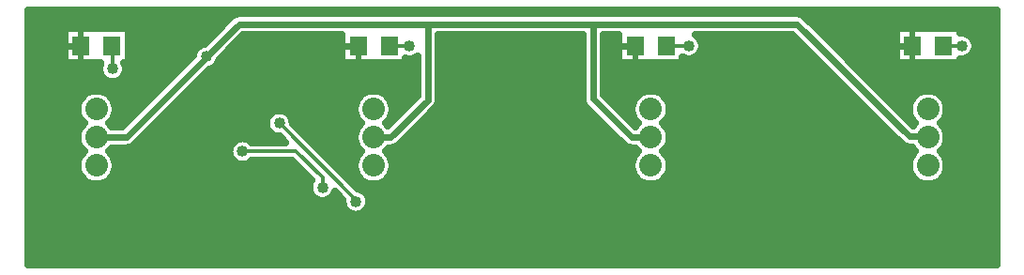
<source format=gbr>
G04 DipTrace 3.3.1.3*
G04 Bottom.gbr*
%MOIN*%
G04 #@! TF.FileFunction,Copper,L2,Bot*
G04 #@! TF.Part,Single*
G04 #@! TA.AperFunction,Conductor*
%ADD13C,0.022*%
%ADD14C,0.012*%
G04 #@! TA.AperFunction,CopperBalancing*
%ADD15C,0.025*%
%ADD16C,0.02*%
G04 #@! TA.AperFunction,ComponentPad*
%ADD33C,0.08*%
%ADD35R,0.062992X0.070866*%
G04 #@! TA.AperFunction,ViaPad*
%ADD36C,0.04*%
%FSLAX26Y26*%
G04*
G70*
G90*
G75*
G01*
G04 Bottom*
%LPD*%
X830709Y1212396D2*
D13*
X744396D1*
X1814961D2*
X1732181D1*
Y1211140D1*
X2799213Y1212396D2*
X2713117D1*
X2711861Y1211140D1*
X3783465Y1212396D2*
X3699037D1*
X3697781Y1211140D1*
X3959861D2*
D14*
X3894957D1*
X3893701Y1212396D1*
X2989541Y1211140D2*
X2910705D1*
X2909449Y1212396D1*
X1997381Y1211140D2*
X1926453D1*
X1925197Y1212396D1*
X942820Y1130021D2*
Y1214272D1*
X940945Y1212396D1*
X1807060Y658900D2*
Y665142D1*
X1535621Y936581D1*
X1688501Y708820D2*
Y743139D1*
X1594900Y836740D1*
X1404581D1*
X1275984Y1173024D2*
D13*
X1392101Y1289140D1*
X2062900D1*
X2649461D1*
X3373302D1*
X3772661Y889781D1*
X3835129D1*
X3838583Y886327D1*
X885827D2*
X992407D1*
X1279104Y1173024D1*
X1275984D1*
X1870079Y886327D2*
X1931526D1*
X2062900Y1017701D1*
Y1289140D1*
X2854331Y886327D2*
X2787075D1*
X2649461Y1023941D1*
Y1289140D1*
D36*
X3959861Y1211140D3*
X2989541D3*
X1997381D3*
X942820Y1130021D3*
X1807060Y658900D3*
X1535621Y936581D3*
X1688501Y708820D3*
X1404581Y836740D3*
X1275984Y1173024D3*
D3*
X743140Y1211140D3*
X1732181D3*
X2711861D3*
X3697781D3*
X644940Y1313025D2*
D15*
X1360458D1*
X3404936D2*
X4079474D1*
X644940Y1288156D2*
X1335591D1*
X3429803D2*
X4079474D1*
X644940Y1263287D2*
X770235D1*
X1001449D2*
X1310722D1*
X3454671D2*
X3722965D1*
X3954178D2*
X4079474D1*
X644940Y1238419D2*
X770235D1*
X1001449D2*
X1285854D1*
X1396892D2*
X1754466D1*
X2102878D2*
X2609479D1*
X2689441D2*
X2738734D1*
X3029694D2*
X3368501D1*
X3479539D2*
X3722965D1*
X4000003D2*
X4079474D1*
X644940Y1213550D2*
X770235D1*
X1001449D2*
X1250688D1*
X1372025D2*
X1754466D1*
X2102878D2*
X2609479D1*
X2689441D2*
X2738734D1*
X3038486D2*
X3393369D1*
X3504407D2*
X3722965D1*
X4008794D2*
X4079474D1*
X644940Y1188681D2*
X770235D1*
X1001449D2*
X1229696D1*
X1347157D2*
X1754466D1*
X2102878D2*
X2609479D1*
X2689441D2*
X2738734D1*
X3032744D2*
X3418236D1*
X3529274D2*
X3722965D1*
X4003052D2*
X4079474D1*
X644940Y1163812D2*
X770235D1*
X1001449D2*
X1214373D1*
X1324047D2*
X1754466D1*
X1985680D2*
X2022916D1*
X2102878D2*
X2609479D1*
X2689441D2*
X2738734D1*
X2969948D2*
X3443104D1*
X3554142D2*
X3722965D1*
X3954178D2*
X4079474D1*
X644940Y1138944D2*
X894681D1*
X990934D2*
X1189505D1*
X1310125D2*
X2022916D1*
X2102878D2*
X2609479D1*
X2689441D2*
X3467972D1*
X3579009D2*
X4079474D1*
X644940Y1114075D2*
X896655D1*
X988997D2*
X1164638D1*
X1275676D2*
X2022916D1*
X2102878D2*
X2609479D1*
X2689441D2*
X3492840D1*
X3603878D2*
X4079474D1*
X644940Y1089206D2*
X918042D1*
X967573D2*
X1139770D1*
X1250808D2*
X2022916D1*
X2102878D2*
X2609479D1*
X2689441D2*
X3517707D1*
X3628745D2*
X4079474D1*
X644940Y1064337D2*
X1114903D1*
X1225940D2*
X2022916D1*
X2102878D2*
X2609479D1*
X2689441D2*
X3542575D1*
X3653613D2*
X4079474D1*
X644940Y1039469D2*
X843366D1*
X928281D2*
X1090034D1*
X1201072D2*
X1827598D1*
X1912549D2*
X2022916D1*
X2102878D2*
X2609479D1*
X2689441D2*
X2811865D1*
X2896780D2*
X3567442D1*
X3678480D2*
X3796133D1*
X3881047D2*
X4079474D1*
X644940Y1014600D2*
X823129D1*
X948520D2*
X1065167D1*
X1176205D2*
X1807395D1*
X1932751D2*
X2004291D1*
X2102770D2*
X2610663D1*
X2714308D2*
X2791663D1*
X2917018D2*
X3592311D1*
X3703348D2*
X3775894D1*
X3901249D2*
X4079474D1*
X644940Y989731D2*
X816920D1*
X954727D2*
X1040299D1*
X1151337D2*
X1801188D1*
X1938995D2*
X1979424D1*
X2090462D2*
X2628138D1*
X2739176D2*
X2785419D1*
X2923226D2*
X3617178D1*
X3728217D2*
X3769686D1*
X3907493D2*
X4079474D1*
X644940Y964862D2*
X820400D1*
X951247D2*
X1015432D1*
X1126469D2*
X1496207D1*
X1575021D2*
X1804633D1*
X1935514D2*
X1954556D1*
X2065594D2*
X2653007D1*
X2764043D2*
X2788899D1*
X2919745D2*
X3642046D1*
X3753119D2*
X3773167D1*
X3904013D2*
X4079474D1*
X644940Y939993D2*
X835651D1*
X936031D2*
X990563D1*
X1101601D2*
X1486770D1*
X1584495D2*
X1819883D1*
X2040727D2*
X2677874D1*
X2788948D2*
X2804151D1*
X2904530D2*
X3666913D1*
X3888762D2*
X4079474D1*
X644940Y915125D2*
X823379D1*
X1076734D2*
X1491866D1*
X1605524D2*
X1807647D1*
X2015858D2*
X2702741D1*
X2916766D2*
X3691782D1*
X3900999D2*
X4079474D1*
X644940Y890256D2*
X816955D1*
X1051866D2*
X1529185D1*
X1630391D2*
X1801188D1*
X1990991D2*
X2727609D1*
X2923190D2*
X3716650D1*
X3907458D2*
X4079474D1*
X644940Y865387D2*
X820222D1*
X1026999D2*
X1365446D1*
X1655259D2*
X1804453D1*
X1966123D2*
X2752478D1*
X2919925D2*
X3741517D1*
X3904192D2*
X4079474D1*
X644940Y840518D2*
X835150D1*
X936534D2*
X1355757D1*
X1680126D2*
X1819381D1*
X1920765D2*
X2803648D1*
X2905033D2*
X3787879D1*
X3889264D2*
X4079474D1*
X644940Y815650D2*
X823667D1*
X948017D2*
X1360638D1*
X1704993D2*
X1807898D1*
X1932248D2*
X2792165D1*
X2916516D2*
X3776396D1*
X3900747D2*
X4079474D1*
X644940Y790781D2*
X816992D1*
X954656D2*
X1395050D1*
X1414089D2*
X1592413D1*
X1729862D2*
X1801223D1*
X1938923D2*
X2785491D1*
X2923190D2*
X3769722D1*
X3907421D2*
X4079474D1*
X644940Y765912D2*
X820042D1*
X951605D2*
X1617281D1*
X1754730D2*
X1804310D1*
X1935873D2*
X2788541D1*
X2920104D2*
X3772808D1*
X3904371D2*
X4079474D1*
X644940Y741043D2*
X834647D1*
X937000D2*
X1642148D1*
X1779597D2*
X1818878D1*
X1921268D2*
X2803146D1*
X2905535D2*
X3787377D1*
X3889766D2*
X4079474D1*
X644940Y716175D2*
X1640104D1*
X1804465D2*
X4079474D1*
X644940Y691306D2*
X1642938D1*
X1842896D2*
X4079474D1*
X644940Y666437D2*
X1666908D1*
X1710126D2*
X1757301D1*
X1855420D2*
X4079474D1*
X644940Y641568D2*
X1761428D1*
X1852693D2*
X4079474D1*
X644940Y616699D2*
X1785039D1*
X1829081D2*
X4079474D1*
X644940Y591831D2*
X4079474D1*
X644940Y566962D2*
X4079474D1*
X644940Y542093D2*
X4079474D1*
X644940Y517224D2*
X4079474D1*
X644940Y492356D2*
X4079474D1*
X644940Y467487D2*
X4079474D1*
X644940Y442618D2*
X4079474D1*
X3904870Y781110D2*
X3903238Y770804D1*
X3900013Y760882D1*
X3895277Y751585D1*
X3889143Y743143D1*
X3881766Y735766D1*
X3873324Y729633D1*
X3864028Y724896D1*
X3854105Y721672D1*
X3843799Y720039D1*
X3833366D1*
X3823060Y721672D1*
X3813138Y724896D1*
X3803841Y729633D1*
X3795399Y735766D1*
X3788022Y743143D1*
X3781888Y751585D1*
X3777152Y760882D1*
X3773928Y770804D1*
X3772295Y781110D1*
Y791543D1*
X3773928Y801849D1*
X3777152Y811772D1*
X3781888Y821068D1*
X3788022Y829510D1*
X3794786Y836320D1*
X3788022Y843143D1*
X3781888Y851585D1*
X3781500Y852278D1*
X3769719Y852404D1*
X3763909Y853324D1*
X3758314Y855143D1*
X3753072Y857814D1*
X3748312Y861272D1*
X3713672Y895748D1*
X3357751Y1251669D1*
X3012343Y1251648D1*
X3016867Y1248753D1*
X3022416Y1244016D1*
X3027154Y1238467D1*
X3030966Y1232248D1*
X3033757Y1225508D1*
X3035461Y1218413D1*
X3036033Y1211140D1*
X3035461Y1203867D1*
X3033757Y1196773D1*
X3030966Y1190033D1*
X3027154Y1183814D1*
X3022416Y1178265D1*
X3016867Y1173528D1*
X3010648Y1169715D1*
X3003908Y1166924D1*
X2996814Y1165220D1*
X2989541Y1164648D1*
X2982268Y1165220D1*
X2975173Y1166924D1*
X2968433Y1169715D1*
X2967427Y1170280D1*
X2967437Y1150471D1*
X2741224D1*
Y1251643D1*
X2686945Y1251648D1*
X2686953Y1039495D1*
X2800735Y925688D1*
X2807314Y933344D1*
X2810534Y936320D1*
X2803770Y943143D1*
X2797636Y951585D1*
X2792900Y960882D1*
X2789676Y970804D1*
X2788043Y981110D1*
Y991543D1*
X2789676Y1001849D1*
X2792900Y1011772D1*
X2797636Y1021068D1*
X2803770Y1029510D1*
X2811147Y1036887D1*
X2819589Y1043021D1*
X2828886Y1047757D1*
X2838808Y1050982D1*
X2849114Y1052614D1*
X2859547D1*
X2869853Y1050982D1*
X2879776Y1047757D1*
X2889072Y1043021D1*
X2897514Y1036887D1*
X2904891Y1029510D1*
X2911025Y1021068D1*
X2915761Y1011772D1*
X2918986Y1001849D1*
X2920618Y991543D1*
Y981110D1*
X2918986Y970804D1*
X2915761Y960882D1*
X2911025Y951585D1*
X2904891Y943143D1*
X2898127Y936333D1*
X2904891Y929510D1*
X2911025Y921068D1*
X2915761Y911772D1*
X2918986Y901849D1*
X2920618Y891543D1*
Y881110D1*
X2918986Y870804D1*
X2915761Y860882D1*
X2911025Y851585D1*
X2904891Y843143D1*
X2898127Y836333D1*
X2904891Y829510D1*
X2911025Y821068D1*
X2915761Y811772D1*
X2918986Y801849D1*
X2920618Y791543D1*
Y781110D1*
X2918986Y770804D1*
X2915761Y760882D1*
X2911025Y751585D1*
X2904891Y743143D1*
X2897514Y735766D1*
X2889072Y729633D1*
X2879776Y724896D1*
X2869853Y721672D1*
X2859547Y720039D1*
X2849114D1*
X2838808Y721672D1*
X2828886Y724896D1*
X2819589Y729633D1*
X2811147Y735766D1*
X2803770Y743143D1*
X2797636Y751585D1*
X2792900Y760882D1*
X2789676Y770804D1*
X2788043Y781110D1*
Y791543D1*
X2789676Y801849D1*
X2792900Y811772D1*
X2797636Y821068D1*
X2803770Y829510D1*
X2810534Y836320D1*
X2803770Y843143D1*
X2799484Y848820D1*
X2784133Y848950D1*
X2778323Y849870D1*
X2772727Y851689D1*
X2767486Y854360D1*
X2762726Y857818D1*
X2728085Y892294D1*
X2620951Y999592D1*
X2617493Y1004352D1*
X2614823Y1009593D1*
X2613004Y1015189D1*
X2612084Y1020999D1*
X2611969Y1069873D1*
Y1251626D1*
X2100396Y1251648D1*
X2100277Y1014759D1*
X2099357Y1008949D1*
X2097538Y1003353D1*
X2094867Y998112D1*
X2091409Y993352D1*
X2056933Y958711D1*
X1955875Y857818D1*
X1951115Y854360D1*
X1945874Y851689D1*
X1940278Y849870D1*
X1934467Y848950D1*
X1931514Y848835D1*
X1923871Y847244D1*
X1917096Y839310D1*
X1913875Y836333D1*
X1920639Y829510D1*
X1926773Y821068D1*
X1931509Y811772D1*
X1934734Y801849D1*
X1936366Y791543D1*
Y781110D1*
X1934734Y770804D1*
X1931509Y760882D1*
X1926773Y751585D1*
X1920639Y743143D1*
X1913262Y735766D1*
X1904820Y729633D1*
X1895524Y724896D1*
X1885601Y721672D1*
X1875295Y720039D1*
X1864862D1*
X1854556Y721672D1*
X1844634Y724896D1*
X1835337Y729633D1*
X1826895Y735766D1*
X1819518Y743143D1*
X1813385Y751585D1*
X1808648Y760882D1*
X1805424Y770804D1*
X1803791Y781110D1*
Y791543D1*
X1805424Y801849D1*
X1808648Y811772D1*
X1813385Y821068D1*
X1819518Y829510D1*
X1826282Y836320D1*
X1819518Y843143D1*
X1813385Y851585D1*
X1808648Y860882D1*
X1805424Y870804D1*
X1803791Y881110D1*
Y891543D1*
X1805424Y901849D1*
X1808648Y911772D1*
X1813385Y921068D1*
X1819518Y929510D1*
X1826282Y936320D1*
X1819518Y943143D1*
X1813385Y951585D1*
X1808648Y960882D1*
X1805424Y970804D1*
X1803791Y981110D1*
Y991543D1*
X1805424Y1001849D1*
X1808648Y1011772D1*
X1813385Y1021068D1*
X1819518Y1029510D1*
X1826895Y1036887D1*
X1835337Y1043021D1*
X1844634Y1047757D1*
X1854556Y1050982D1*
X1864862Y1052614D1*
X1875295D1*
X1885601Y1050982D1*
X1895524Y1047757D1*
X1904820Y1043021D1*
X1913262Y1036887D1*
X1920639Y1029510D1*
X1926773Y1021068D1*
X1931509Y1011772D1*
X1934734Y1001849D1*
X1936366Y991543D1*
Y981110D1*
X1934734Y970804D1*
X1931509Y960882D1*
X1926773Y951585D1*
X1920639Y943143D1*
X1913875Y936333D1*
X1920639Y929510D1*
X1921106Y928917D1*
X2025415Y1033238D1*
X2025408Y1174049D1*
X2018488Y1169715D1*
X2011748Y1166924D1*
X2004654Y1165220D1*
X1997381Y1164648D1*
X1990108Y1165220D1*
X1983192Y1166874D1*
X1983185Y1150471D1*
X1756972D1*
Y1251643D1*
X1407619Y1251648D1*
X1321904Y1165751D1*
X1320201Y1158656D1*
X1317409Y1151916D1*
X1313597Y1145697D1*
X1308860Y1140148D1*
X1303311Y1135411D1*
X1297092Y1131598D1*
X1290352Y1128807D1*
X1286961Y1127850D1*
X1016756Y857818D1*
X1011996Y854360D1*
X1006755Y851689D1*
X1001159Y849870D1*
X995348Y848950D1*
X946475Y848835D1*
X940769D1*
X936387Y843143D1*
X929623Y836333D1*
X936387Y829510D1*
X942521Y821068D1*
X947257Y811772D1*
X950482Y801849D1*
X952114Y791543D1*
Y781110D1*
X950482Y770804D1*
X947257Y760882D1*
X942521Y751585D1*
X936387Y743143D1*
X929010Y735766D1*
X920568Y729633D1*
X911272Y724896D1*
X901349Y721672D1*
X891043Y720039D1*
X880610D1*
X870304Y721672D1*
X860382Y724896D1*
X851085Y729633D1*
X842643Y735766D1*
X835266Y743143D1*
X829133Y751585D1*
X824396Y760882D1*
X821172Y770804D1*
X819539Y781110D1*
Y791543D1*
X821172Y801849D1*
X824396Y811772D1*
X829133Y821068D1*
X835266Y829510D1*
X842030Y836320D1*
X835266Y843143D1*
X829133Y851585D1*
X824396Y860882D1*
X821172Y870804D1*
X819539Y881110D1*
Y891543D1*
X821172Y901849D1*
X824396Y911772D1*
X829133Y921068D1*
X835266Y929510D1*
X842030Y936320D1*
X835266Y943143D1*
X829133Y951585D1*
X824396Y960882D1*
X821172Y970804D1*
X819539Y981110D1*
Y991543D1*
X821172Y1001849D1*
X824396Y1011772D1*
X829133Y1021068D1*
X835266Y1029510D1*
X842643Y1036887D1*
X851085Y1043021D1*
X860382Y1047757D1*
X870304Y1050982D1*
X880610Y1052614D1*
X891043D1*
X901349Y1050982D1*
X911272Y1047757D1*
X920568Y1043021D1*
X929010Y1036887D1*
X936387Y1029510D1*
X942521Y1021068D1*
X947257Y1011772D1*
X950482Y1001849D1*
X952114Y991543D1*
Y981110D1*
X950482Y970804D1*
X947257Y960882D1*
X942521Y951585D1*
X936387Y943143D1*
X929623Y936333D1*
X936387Y929510D1*
X940673Y923833D1*
X976865Y923819D1*
X1229635Y1176672D1*
X1230777Y1183877D1*
X1233031Y1190815D1*
X1236344Y1197316D1*
X1240631Y1203218D1*
X1245790Y1208377D1*
X1251692Y1212664D1*
X1258193Y1215976D1*
X1265131Y1218231D1*
X1268961Y1219022D1*
X1367752Y1317650D1*
X1372512Y1321108D1*
X1377753Y1323778D1*
X1383349Y1325597D1*
X1389159Y1326517D1*
X1438033Y1326633D1*
X3376244Y1326517D1*
X3382054Y1325597D1*
X3387650Y1323778D1*
X3392891Y1321108D1*
X3397651Y1317650D1*
X3432291Y1283173D1*
X3787096Y928369D1*
X3791566Y933344D1*
X3794786Y936320D1*
X3788022Y943143D1*
X3781888Y951585D1*
X3777152Y960882D1*
X3773928Y970804D1*
X3772295Y981110D1*
Y991543D1*
X3773928Y1001849D1*
X3777152Y1011772D1*
X3781888Y1021068D1*
X3788022Y1029510D1*
X3795399Y1036887D1*
X3803841Y1043021D1*
X3813138Y1047757D1*
X3823060Y1050982D1*
X3833366Y1052614D1*
X3843799D1*
X3854105Y1050982D1*
X3864028Y1047757D1*
X3873324Y1043021D1*
X3881766Y1036887D1*
X3889143Y1029510D1*
X3895277Y1021068D1*
X3900013Y1011772D1*
X3903238Y1001849D1*
X3904870Y991543D1*
Y981110D1*
X3903238Y970804D1*
X3900013Y960882D1*
X3895277Y951585D1*
X3889143Y943143D1*
X3882379Y936333D1*
X3889143Y929510D1*
X3895277Y921068D1*
X3900013Y911772D1*
X3903238Y901849D1*
X3904870Y891543D1*
Y881110D1*
X3903238Y870804D1*
X3900013Y860882D1*
X3895277Y851585D1*
X3889143Y843143D1*
X3882379Y836333D1*
X3889143Y829510D1*
X3895277Y821068D1*
X3900013Y811772D1*
X3903238Y801849D1*
X3904870Y791543D1*
Y781110D1*
X3844899Y1274322D2*
X3951689D1*
Y1256917D1*
X3959861Y1257633D1*
X3967134Y1257060D1*
X3974228Y1255357D1*
X3980969Y1252566D1*
X3987188Y1248753D1*
X3992736Y1244016D1*
X3997474Y1238467D1*
X4001286Y1232248D1*
X4004077Y1225508D1*
X4005781Y1218413D1*
X4006353Y1211140D1*
X4005781Y1203867D1*
X4004077Y1196773D1*
X4001286Y1190033D1*
X3997474Y1183814D1*
X3992736Y1178265D1*
X3987188Y1173528D1*
X3980969Y1169715D1*
X3974228Y1166924D1*
X3967134Y1165220D1*
X3959861Y1164648D1*
X3952588Y1165220D1*
X3951678Y1165402D1*
X3951689Y1150471D1*
X3725476D1*
Y1274322D1*
X3844899D1*
X892143D2*
X998933D1*
Y1150471D1*
X984543D1*
X987038Y1144387D1*
X988740Y1137294D1*
X989312Y1130021D1*
X988740Y1122748D1*
X987038Y1115654D1*
X984245Y1108913D1*
X980434Y1102693D1*
X975696Y1097146D1*
X970148Y1092408D1*
X963928Y1088596D1*
X957188Y1085804D1*
X950093Y1084101D1*
X942820Y1083529D1*
X935547Y1084101D1*
X928454Y1085804D1*
X921714Y1088596D1*
X915493Y1092408D1*
X909946Y1097146D1*
X905207Y1102693D1*
X901396Y1108913D1*
X898604Y1115654D1*
X896902Y1122748D1*
X896328Y1130021D1*
X896902Y1137294D1*
X898604Y1144387D1*
X901092Y1150467D1*
X772720Y1150471D1*
Y1274322D1*
X892143D1*
X1761020Y665231D2*
X1732500Y693752D1*
X1729927Y687713D1*
X1726114Y681493D1*
X1721377Y675945D1*
X1715828Y671207D1*
X1709609Y667395D1*
X1702869Y664604D1*
X1695774Y662900D1*
X1688501Y662328D1*
X1681228Y662900D1*
X1674134Y664604D1*
X1667394Y667395D1*
X1661175Y671207D1*
X1655626Y675945D1*
X1650888Y681493D1*
X1647076Y687713D1*
X1644285Y694453D1*
X1642581Y701547D1*
X1642009Y708820D1*
X1642581Y716093D1*
X1644285Y723188D1*
X1647076Y729928D1*
X1650341Y735329D1*
X1581462Y804227D1*
X1437835Y804248D1*
X1431908Y799127D1*
X1425689Y795315D1*
X1418949Y792524D1*
X1411854Y790820D1*
X1404581Y790248D1*
X1397308Y790820D1*
X1390214Y792524D1*
X1383474Y795315D1*
X1377255Y799127D1*
X1371706Y803865D1*
X1366969Y809413D1*
X1363156Y815633D1*
X1360365Y822373D1*
X1358661Y829467D1*
X1358089Y836740D1*
X1358661Y844013D1*
X1360365Y851108D1*
X1363156Y857848D1*
X1366969Y864067D1*
X1371706Y869615D1*
X1377255Y874353D1*
X1383474Y878165D1*
X1390214Y880957D1*
X1397308Y882660D1*
X1404581Y883232D1*
X1411854Y882660D1*
X1418949Y880957D1*
X1425689Y878165D1*
X1431908Y874353D1*
X1437815Y869227D1*
X1557054Y869232D1*
X1536156Y890096D1*
X1528348Y890661D1*
X1521253Y892365D1*
X1514513Y895156D1*
X1508294Y898969D1*
X1502745Y903706D1*
X1498008Y909255D1*
X1494196Y915474D1*
X1491404Y922214D1*
X1489701Y929308D1*
X1489129Y936581D1*
X1489701Y943854D1*
X1491404Y950949D1*
X1494196Y957689D1*
X1498008Y963908D1*
X1502745Y969457D1*
X1508294Y974194D1*
X1514513Y978007D1*
X1521253Y980798D1*
X1528348Y982501D1*
X1535621Y983073D1*
X1542894Y982501D1*
X1549988Y980798D1*
X1556728Y978007D1*
X1562948Y974194D1*
X1568496Y969457D1*
X1573234Y963908D1*
X1577046Y957689D1*
X1579837Y950949D1*
X1581541Y943854D1*
X1582092Y936054D1*
X1813173Y704980D1*
X1817913Y704108D1*
X1824852Y701853D1*
X1831353Y698541D1*
X1837255Y694253D1*
X1842413Y689094D1*
X1846701Y683193D1*
X1850013Y676692D1*
X1852268Y669753D1*
X1853409Y662549D1*
Y655252D1*
X1852268Y648047D1*
X1850013Y641109D1*
X1846701Y634608D1*
X1842413Y628706D1*
X1837255Y623547D1*
X1831353Y619260D1*
X1824852Y615948D1*
X1817913Y613693D1*
X1810709Y612551D1*
X1803412D1*
X1796207Y613693D1*
X1789269Y615948D1*
X1782768Y619260D1*
X1776866Y623547D1*
X1771707Y628706D1*
X1767420Y634608D1*
X1764108Y641109D1*
X1761853Y648047D1*
X1760711Y655252D1*
Y662549D1*
X1761029Y665224D1*
X1321925Y1165934D2*
X1320201Y1158656D1*
X1317409Y1151916D1*
X1313597Y1145697D1*
X1308860Y1140148D1*
X1303311Y1135411D1*
X1297092Y1131598D1*
X1290352Y1128807D1*
X1286961Y1127850D1*
X1229631Y1176572D2*
X1230777Y1183877D1*
X1233031Y1190815D1*
X1236344Y1197316D1*
X1240631Y1203218D1*
X1245790Y1208377D1*
X1251692Y1212664D1*
X1258193Y1215976D1*
X1265131Y1218231D1*
X1268895Y1218965D1*
X642445Y433760D2*
X4082016D1*
X4081988Y1337921D1*
X642394Y1337894D1*
X642421Y433732D1*
X3783465Y1274286D2*
D16*
Y1150507D1*
X3725512Y1212396D2*
X3783465D1*
X2799213D2*
Y1150507D1*
X2741260Y1212396D2*
X2799213D1*
X1814961D2*
Y1150507D1*
X1757008Y1212396D2*
X1814961D1*
X830709Y1274286D2*
Y1150507D1*
X772756Y1212396D2*
X830709D1*
D33*
X3838583Y786327D3*
Y886327D3*
Y986327D3*
D35*
X3893701Y1212396D3*
X3783465D3*
D33*
X2854331Y786327D3*
Y886327D3*
Y986327D3*
D35*
X2909449Y1212396D3*
X2799213D3*
D33*
X1870079Y786327D3*
Y886327D3*
Y986327D3*
D35*
X1925197Y1212396D3*
X1814961D3*
D33*
X885827Y786327D3*
Y886327D3*
Y986327D3*
D35*
X940945Y1212396D3*
X830709D3*
M02*

</source>
